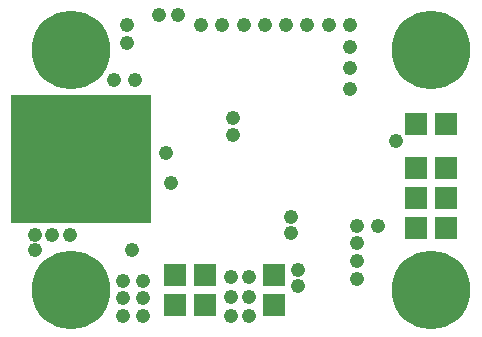
<source format=gbr>
G75*
G70*
%OFA0B0*%
%FSLAX24Y24*%
%IPPOS*%
%LPD*%
%AMOC8*
5,1,8,0,0,1.08239X$1,22.5*
%
%ADD10R,0.4665X0.4311*%
%ADD11R,0.0730X0.0730*%
%ADD12C,0.2620*%
%ADD13R,0.0671X0.0592*%
%ADD14C,0.0476*%
D10*
X002552Y010391D03*
D11*
X005656Y006543D03*
X006656Y006543D03*
X006656Y005543D03*
X005656Y005543D03*
X008967Y005543D03*
X008967Y006543D03*
X013719Y008098D03*
X014719Y008098D03*
X014719Y009098D03*
X013719Y009098D03*
X013719Y010098D03*
X014719Y010098D03*
X014719Y011563D03*
X013719Y011563D03*
D12*
X014219Y014043D03*
X014219Y006043D03*
X002219Y006043D03*
X002219Y014043D03*
D13*
X001991Y011618D03*
X001991Y010870D03*
D14*
X003940Y005165D03*
X003940Y005756D03*
X003940Y006346D03*
X004589Y006346D03*
X004589Y005756D03*
X004589Y005165D03*
X004235Y007350D03*
X002168Y007881D03*
X001578Y007881D03*
X000987Y007881D03*
X000987Y007350D03*
X005534Y009594D03*
X005357Y010598D03*
X007601Y011189D03*
X007601Y011779D03*
X004353Y013019D03*
X003645Y013019D03*
X003054Y012015D03*
X002582Y012015D03*
X002109Y012015D03*
X004058Y014259D03*
X004058Y014850D03*
X005121Y015204D03*
X005771Y015204D03*
X006538Y014850D03*
X007247Y014850D03*
X007956Y014850D03*
X008664Y014850D03*
X009373Y014850D03*
X010082Y014850D03*
X010790Y014850D03*
X011499Y014850D03*
X011499Y014141D03*
X011499Y013433D03*
X011499Y012724D03*
X013034Y011011D03*
X009550Y008472D03*
X009550Y007941D03*
X009786Y006700D03*
X009786Y006169D03*
X008133Y006464D03*
X007542Y006464D03*
X007542Y005815D03*
X008133Y005815D03*
X008133Y005165D03*
X007542Y005165D03*
X011735Y006405D03*
X011735Y006996D03*
X011735Y007586D03*
X011735Y008177D03*
X012444Y008177D03*
M02*

</source>
